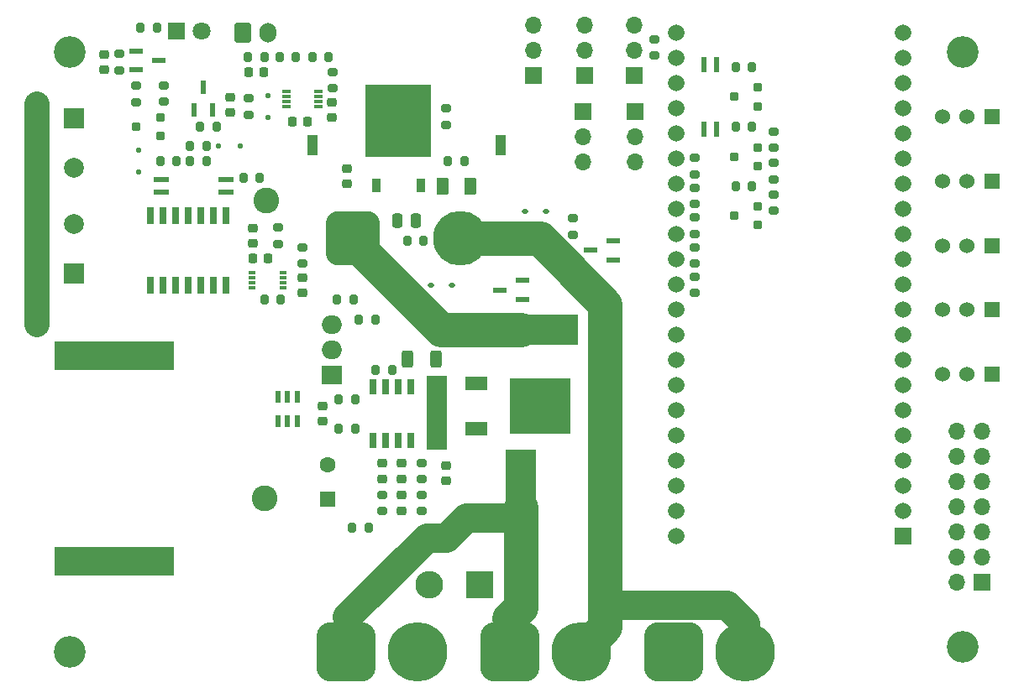
<source format=gbr>
%TF.GenerationSoftware,KiCad,Pcbnew,8.0.4*%
%TF.CreationDate,2024-09-03T11:52:29+09:00*%
%TF.ProjectId,chibarobo_board_2024,63686962-6172-46f6-926f-5f626f617264,rev?*%
%TF.SameCoordinates,Original*%
%TF.FileFunction,Soldermask,Bot*%
%TF.FilePolarity,Negative*%
%FSLAX46Y46*%
G04 Gerber Fmt 4.6, Leading zero omitted, Abs format (unit mm)*
G04 Created by KiCad (PCBNEW 8.0.4) date 2024-09-03 11:52:29*
%MOMM*%
%LPD*%
G01*
G04 APERTURE LIST*
G04 Aperture macros list*
%AMRoundRect*
0 Rectangle with rounded corners*
0 $1 Rounding radius*
0 $2 $3 $4 $5 $6 $7 $8 $9 X,Y pos of 4 corners*
0 Add a 4 corners polygon primitive as box body*
4,1,4,$2,$3,$4,$5,$6,$7,$8,$9,$2,$3,0*
0 Add four circle primitives for the rounded corners*
1,1,$1+$1,$2,$3*
1,1,$1+$1,$4,$5*
1,1,$1+$1,$6,$7*
1,1,$1+$1,$8,$9*
0 Add four rect primitives between the rounded corners*
20,1,$1+$1,$2,$3,$4,$5,0*
20,1,$1+$1,$4,$5,$6,$7,0*
20,1,$1+$1,$6,$7,$8,$9,0*
20,1,$1+$1,$8,$9,$2,$3,0*%
%AMFreePoly0*
4,1,5,1.500000,-5.750000,-1.500000,-5.750000,-1.500000,5.750000,1.500000,5.750000,1.500000,-5.750000,1.500000,-5.750000,$1*%
%AMFreePoly1*
4,1,5,1.000000,-3.750000,-1.000000,-3.750000,-1.000000,3.750000,1.000000,3.750000,1.000000,-3.750000,1.000000,-3.750000,$1*%
G04 Aperture macros list end*
%ADD10C,3.500000*%
%ADD11C,3.000000*%
%ADD12C,2.500000*%
%ADD13R,1.000000X2.000000*%
%ADD14RoundRect,1.375000X-1.375000X-1.375000X1.375000X-1.375000X1.375000X1.375000X-1.375000X1.375000X0*%
%ADD15C,5.500000*%
%ADD16R,1.524000X1.524000*%
%ADD17C,1.524000*%
%ADD18R,2.000000X2.000000*%
%ADD19C,2.000000*%
%ADD20R,1.700000X1.700000*%
%ADD21O,1.700000X1.700000*%
%ADD22FreePoly0,180.000000*%
%ADD23FreePoly1,180.000000*%
%ADD24FreePoly0,270.000000*%
%ADD25RoundRect,0.250000X-0.600000X-0.750000X0.600000X-0.750000X0.600000X0.750000X-0.600000X0.750000X0*%
%ADD26O,1.700000X2.000000*%
%ADD27C,3.200000*%
%ADD28RoundRect,1.500000X-1.500000X-1.500000X1.500000X-1.500000X1.500000X1.500000X-1.500000X1.500000X0*%
%ADD29C,6.000000*%
%ADD30R,2.800000X2.800000*%
%ADD31O,2.800000X2.800000*%
%ADD32C,2.600000*%
%ADD33R,1.665000X1.665000*%
%ADD34C,1.665000*%
%ADD35R,2.000000X1.905000*%
%ADD36O,2.000000X1.905000*%
%ADD37R,1.800000X1.800000*%
%ADD38C,1.800000*%
%ADD39RoundRect,0.200000X-0.275000X0.200000X-0.275000X-0.200000X0.275000X-0.200000X0.275000X0.200000X0*%
%ADD40RoundRect,0.225000X0.250000X-0.225000X0.250000X0.225000X-0.250000X0.225000X-0.250000X-0.225000X0*%
%ADD41RoundRect,0.200000X-0.200000X-0.275000X0.200000X-0.275000X0.200000X0.275000X-0.200000X0.275000X0*%
%ADD42RoundRect,0.200000X0.250000X0.200000X-0.250000X0.200000X-0.250000X-0.200000X0.250000X-0.200000X0*%
%ADD43RoundRect,0.225000X-0.250000X0.225000X-0.250000X-0.225000X0.250000X-0.225000X0.250000X0.225000X0*%
%ADD44R,0.850000X0.300000*%
%ADD45R,1.600000X1.600000*%
%ADD46C,1.600000*%
%ADD47R,2.286000X1.397000*%
%ADD48R,6.180000X5.690000*%
%ADD49RoundRect,0.137500X0.137500X-0.662500X0.137500X0.662500X-0.137500X0.662500X-0.137500X-0.662500X0*%
%ADD50RoundRect,0.200000X0.200000X0.275000X-0.200000X0.275000X-0.200000X-0.275000X0.200000X-0.275000X0*%
%ADD51RoundRect,0.200000X0.275000X-0.200000X0.275000X0.200000X-0.275000X0.200000X-0.275000X-0.200000X0*%
%ADD52R,0.700000X1.775000*%
%ADD53RoundRect,0.225000X-0.225000X-0.250000X0.225000X-0.250000X0.225000X0.250000X-0.225000X0.250000X0*%
%ADD54RoundRect,0.112500X0.187500X0.112500X-0.187500X0.112500X-0.187500X-0.112500X0.187500X-0.112500X0*%
%ADD55RoundRect,0.125000X0.125000X0.125000X-0.125000X0.125000X-0.125000X-0.125000X0.125000X-0.125000X0*%
%ADD56RoundRect,0.125000X0.125000X-0.125000X0.125000X0.125000X-0.125000X0.125000X-0.125000X-0.125000X0*%
%ADD57RoundRect,0.250000X0.250000X0.475000X-0.250000X0.475000X-0.250000X-0.475000X0.250000X-0.475000X0*%
%ADD58R,1.450000X0.600000*%
%ADD59RoundRect,0.225000X0.225000X0.250000X-0.225000X0.250000X-0.225000X-0.250000X0.225000X-0.250000X0*%
%ADD60RoundRect,0.250000X-0.375000X-0.625000X0.375000X-0.625000X0.375000X0.625000X-0.375000X0.625000X0*%
%ADD61RoundRect,0.250000X0.312500X0.625000X-0.312500X0.625000X-0.312500X-0.625000X0.312500X-0.625000X0*%
%ADD62R,0.600000X1.450000*%
%ADD63R,0.700000X1.525000*%
%ADD64R,0.800000X0.300000*%
%ADD65RoundRect,0.137500X-0.662500X-0.137500X0.662500X-0.137500X0.662500X0.137500X-0.662500X0.137500X0*%
%ADD66R,0.600000X1.200000*%
%ADD67R,0.939800X1.320800*%
%ADD68R,6.604000X7.315200*%
%ADD69R,12.000000X3.000000*%
G04 APERTURE END LIST*
D10*
X142500000Y-83000000D02*
X150500000Y-83000000D01*
X159000000Y-113000000D02*
X156500000Y-115500000D01*
X144498641Y-73780750D02*
X152000000Y-73780750D01*
X133500000Y-74000000D02*
X142500000Y-83000000D01*
D11*
X143000000Y-104000000D02*
X141000000Y-104000000D01*
X171267355Y-110740643D02*
X159072386Y-110740643D01*
X173098915Y-112625679D02*
X171267355Y-110740643D01*
X145000000Y-102000000D02*
X143000000Y-104000000D01*
X141000000Y-104000000D02*
X133000000Y-112000000D01*
D10*
X152473262Y-73780750D02*
X159000000Y-80500000D01*
X159000000Y-80500000D02*
X159000000Y-113000000D01*
X150500000Y-110500000D02*
X150500000Y-101000000D01*
X149362265Y-112143333D02*
X150500000Y-111000000D01*
D12*
X101721275Y-60223716D02*
X101758664Y-82500000D01*
D11*
X150500000Y-102000000D02*
X145000000Y-102000000D01*
D13*
%TO.C,J15*%
X129550000Y-64350000D03*
X148450000Y-64350000D03*
D14*
X133550000Y-73750000D03*
D15*
X144450000Y-73750000D03*
%TD*%
D16*
%TO.C,J10*%
X198000000Y-68000000D03*
D17*
X195500000Y-68000000D03*
X193000000Y-68000000D03*
%TD*%
D18*
%TO.C,C5*%
X105500000Y-77367677D03*
D19*
X105500000Y-72367677D03*
%TD*%
D16*
%TO.C,J14*%
X198000000Y-87500000D03*
D17*
X195500000Y-87500000D03*
X193000000Y-87500000D03*
%TD*%
D20*
%TO.C,J1*%
X197000000Y-108483788D03*
D21*
X194460000Y-108483788D03*
X197000000Y-105943788D03*
X194460000Y-105943788D03*
X197000000Y-103403788D03*
X194460000Y-103403788D03*
X197000000Y-100863788D03*
X194460000Y-100863788D03*
X197000000Y-98323788D03*
X194460000Y-98323788D03*
X197000000Y-95783788D03*
X194460000Y-95783788D03*
X197000000Y-93243788D03*
X194460000Y-93243788D03*
%TD*%
D16*
%TO.C,J13*%
X198000000Y-81000000D03*
D17*
X195500000Y-81000000D03*
X193000000Y-81000000D03*
%TD*%
D22*
%TO.C,K1*%
X150500000Y-100900000D03*
D23*
X142050000Y-91400000D03*
X158950000Y-91400000D03*
D24*
X150500000Y-83000000D03*
%TD*%
D25*
%TO.C,J16*%
X122500000Y-53000000D03*
D26*
X125000000Y-53000000D03*
%TD*%
D20*
%TO.C,J2*%
X161948959Y-57363564D03*
D21*
X161948959Y-54823564D03*
X161948959Y-52283564D03*
%TD*%
D27*
%TO.C,H3*%
X105000000Y-115500000D03*
%TD*%
D20*
%TO.C,J4*%
X151768554Y-57385064D03*
D21*
X151768554Y-54845064D03*
X151768554Y-52305064D03*
%TD*%
D27*
%TO.C,H2*%
X195000000Y-55000000D03*
%TD*%
D18*
%TO.C,C4*%
X105500000Y-61632323D03*
D19*
X105500000Y-66632323D03*
%TD*%
D28*
%TO.C,J9*%
X149400000Y-115500000D03*
D29*
X156600000Y-115500000D03*
%TD*%
D16*
%TO.C,J12*%
X198000000Y-74500000D03*
D17*
X195500000Y-74500000D03*
X193000000Y-74500000D03*
%TD*%
D30*
%TO.C,D10*%
X146319950Y-108748157D03*
D31*
X141239950Y-108748157D03*
%TD*%
D28*
%TO.C,J11*%
X132900000Y-115500000D03*
D29*
X140100000Y-115500000D03*
%TD*%
D20*
%TO.C,J6*%
X156776836Y-61000178D03*
D21*
X156776836Y-63540178D03*
X156776836Y-66080178D03*
%TD*%
D32*
%TO.C,HS1*%
X124687500Y-100000000D03*
X124887500Y-70000000D03*
%TD*%
D20*
%TO.C,J5*%
X162000000Y-61000000D03*
D21*
X162000000Y-63540000D03*
X162000000Y-66080000D03*
%TD*%
D33*
%TO.C,IC1*%
X189000000Y-103800000D03*
D34*
X189000000Y-101260000D03*
X189000000Y-98720000D03*
X189000000Y-96180000D03*
X189000000Y-93640000D03*
X189000000Y-91100000D03*
X189000000Y-88560000D03*
X189000000Y-86020000D03*
X189000000Y-83480000D03*
X189000000Y-80940000D03*
X189000000Y-78400000D03*
X189000000Y-75860000D03*
X189000000Y-73320000D03*
X189000000Y-70780000D03*
X189000000Y-68240000D03*
X189000000Y-65700000D03*
X189000000Y-63160000D03*
X189000000Y-60620000D03*
X189000000Y-58080000D03*
X189000000Y-55540000D03*
X189000000Y-53000000D03*
X166140000Y-103800000D03*
X166140000Y-101260000D03*
X166140000Y-98720000D03*
X166140000Y-96180000D03*
X166140000Y-93640000D03*
X166140000Y-91100000D03*
X166140000Y-88560000D03*
X166140000Y-86020000D03*
X166140000Y-83480000D03*
X166140000Y-80940000D03*
X166140000Y-78400000D03*
X166140000Y-75860000D03*
X166140000Y-73320000D03*
X166140000Y-70780000D03*
X166140000Y-68240000D03*
X166140000Y-65700000D03*
X166140000Y-63160000D03*
X166140000Y-60620000D03*
X166140000Y-58080000D03*
X166140000Y-55540000D03*
X166140000Y-53000000D03*
%TD*%
D16*
%TO.C,J8*%
X198000000Y-61500000D03*
D17*
X195500000Y-61500000D03*
X193000000Y-61500000D03*
%TD*%
D27*
%TO.C,H4*%
X195000000Y-115000000D03*
%TD*%
D35*
%TO.C,Q2*%
X131445000Y-87540000D03*
D36*
X131445000Y-85000000D03*
X131445000Y-82460000D03*
%TD*%
D28*
%TO.C,J7*%
X165900000Y-115500000D03*
D29*
X173100000Y-115500000D03*
%TD*%
D27*
%TO.C,H1*%
X105000000Y-55000000D03*
%TD*%
D20*
%TO.C,J3*%
X156911870Y-57369899D03*
D21*
X156911870Y-54829899D03*
X156911870Y-52289899D03*
%TD*%
D37*
%TO.C,D5*%
X115828498Y-52898960D03*
D38*
X118368498Y-52898960D03*
%TD*%
D39*
%TO.C,R7*%
X140500000Y-99681981D03*
X140500000Y-101331981D03*
%TD*%
D40*
%TO.C,C17*%
X121213802Y-61097364D03*
X121213802Y-59547364D03*
%TD*%
D39*
%TO.C,R29*%
X168000000Y-68675000D03*
X168000000Y-70325000D03*
%TD*%
D41*
%TO.C,R20*%
X172175000Y-62500000D03*
X173825000Y-62500000D03*
%TD*%
D42*
%TO.C,Q3*%
X174400000Y-58550000D03*
X174400000Y-60450000D03*
X172000000Y-59500000D03*
%TD*%
D43*
%TO.C,C9*%
X128500000Y-77725000D03*
X128500000Y-79275000D03*
%TD*%
%TO.C,C14*%
X131491802Y-60035542D03*
X131491802Y-61585542D03*
%TD*%
D39*
%TO.C,R31*%
X168000000Y-71675000D03*
X168000000Y-73325000D03*
%TD*%
D41*
%TO.C,R51*%
X114175000Y-66000000D03*
X115825000Y-66000000D03*
%TD*%
D44*
%TO.C,IC5*%
X130075000Y-59000000D03*
X130075000Y-59500000D03*
X130075000Y-60000000D03*
X130075000Y-60500000D03*
X126925000Y-60500000D03*
X126925000Y-60000000D03*
X126925000Y-59500000D03*
X126925000Y-59000000D03*
%TD*%
D45*
%TO.C,C8*%
X131000000Y-100152651D03*
D46*
X131000000Y-96652651D03*
%TD*%
D47*
%TO.C,Q12*%
X146000000Y-93000000D03*
D48*
X152436000Y-90714000D03*
D47*
X146000000Y-88428000D03*
%TD*%
D42*
%TO.C,Q8*%
X114150000Y-61550000D03*
X114150000Y-63450000D03*
X111750000Y-62500000D03*
%TD*%
D39*
%TO.C,R60*%
X155787095Y-71776873D03*
X155787095Y-73426873D03*
%TD*%
D49*
%TO.C,U2*%
X170270000Y-62750000D03*
X169000000Y-62750000D03*
X169000000Y-56250000D03*
X170270000Y-56250000D03*
%TD*%
D43*
%TO.C,C2*%
X138500000Y-96491895D03*
X138500000Y-98041895D03*
%TD*%
D50*
%TO.C,R3*%
X133825000Y-93000000D03*
X132175000Y-93000000D03*
%TD*%
D40*
%TO.C,C1*%
X136500000Y-98050000D03*
X136500000Y-96500000D03*
%TD*%
D50*
%TO.C,R47*%
X113825000Y-52500000D03*
X112175000Y-52500000D03*
%TD*%
D43*
%TO.C,C6*%
X143000000Y-96725000D03*
X143000000Y-98275000D03*
%TD*%
D51*
%TO.C,R13*%
X163980142Y-55355216D03*
X163980142Y-53705216D03*
%TD*%
D39*
%TO.C,R6*%
X140515499Y-96446313D03*
X140515499Y-98096313D03*
%TD*%
D41*
%TO.C,R1*%
X133500000Y-103000000D03*
X135150000Y-103000000D03*
%TD*%
D52*
%TO.C,IC3*%
X120810000Y-78538000D03*
X119540000Y-78538000D03*
X118270000Y-78538000D03*
X117000000Y-78538000D03*
X115730000Y-78538000D03*
X114460000Y-78538000D03*
X113190000Y-78538000D03*
X113190000Y-71462000D03*
X114460000Y-71462000D03*
X115730000Y-71462000D03*
X117000000Y-71462000D03*
X118270000Y-71462000D03*
X119540000Y-71462000D03*
X120810000Y-71462000D03*
%TD*%
D53*
%TO.C,C18*%
X127450000Y-62000000D03*
X129000000Y-62000000D03*
%TD*%
D51*
%TO.C,R41*%
X123075000Y-61325000D03*
X123075000Y-59675000D03*
%TD*%
D39*
%TO.C,R36*%
X128500000Y-74675000D03*
X128500000Y-76325000D03*
%TD*%
%TO.C,R58*%
X143000000Y-60675000D03*
X143000000Y-62325000D03*
%TD*%
D41*
%TO.C,R48*%
X118175000Y-62557176D03*
X119825000Y-62557176D03*
%TD*%
D42*
%TO.C,Q6*%
X174400000Y-64600000D03*
X174400000Y-66500000D03*
X172000000Y-65550000D03*
%TD*%
D40*
%TO.C,C7*%
X130500000Y-92275000D03*
X130500000Y-90725000D03*
%TD*%
D41*
%TO.C,R56*%
X139042214Y-74029487D03*
X140692214Y-74029487D03*
%TD*%
D54*
%TO.C,D9*%
X153054674Y-71055664D03*
X150954674Y-71055664D03*
%TD*%
D40*
%TO.C,C15*%
X108500000Y-56775000D03*
X108500000Y-55225000D03*
%TD*%
D41*
%TO.C,R49*%
X117175000Y-66000000D03*
X118825000Y-66000000D03*
%TD*%
D40*
%TO.C,C10*%
X133000000Y-68275000D03*
X133000000Y-66725000D03*
%TD*%
D55*
%TO.C,D7*%
X122206320Y-64500000D03*
X120006320Y-64500000D03*
%TD*%
D43*
%TO.C,C13*%
X123500000Y-72725000D03*
X123500000Y-74275000D03*
%TD*%
D56*
%TO.C,D4*%
X125047660Y-61607385D03*
X125047660Y-59407385D03*
%TD*%
D51*
%TO.C,R21*%
X176000000Y-67825000D03*
X176000000Y-66175000D03*
%TD*%
%TO.C,R12*%
X176000000Y-64650000D03*
X176000000Y-63000000D03*
%TD*%
D41*
%TO.C,R23*%
X172175000Y-68500000D03*
X173825000Y-68500000D03*
%TD*%
D57*
%TO.C,C12*%
X139950000Y-72000000D03*
X138050000Y-72000000D03*
%TD*%
D51*
%TO.C,R2*%
X136500000Y-101325000D03*
X136500000Y-99675000D03*
%TD*%
D56*
%TO.C,D6*%
X112000000Y-67100000D03*
X112000000Y-64900000D03*
%TD*%
D41*
%TO.C,R39*%
X129500000Y-55500000D03*
X131150000Y-55500000D03*
%TD*%
D58*
%TO.C,Q14*%
X159800000Y-74050000D03*
X159800000Y-75950000D03*
X157500000Y-75000000D03*
%TD*%
D51*
%TO.C,R24*%
X175992653Y-71018825D03*
X175992653Y-69368825D03*
%TD*%
D41*
%TO.C,R59*%
X143175000Y-66000000D03*
X144825000Y-66000000D03*
%TD*%
D51*
%TO.C,R46*%
X114494934Y-60012836D03*
X114494934Y-58362836D03*
%TD*%
D59*
%TO.C,C11*%
X125032379Y-75790854D03*
X123482379Y-75790854D03*
%TD*%
D39*
%TO.C,R35*%
X168000000Y-77675000D03*
X168000000Y-79325000D03*
%TD*%
%TO.C,R43*%
X110000000Y-55175000D03*
X110000000Y-56825000D03*
%TD*%
D53*
%TO.C,C16*%
X123035342Y-57008178D03*
X124585342Y-57008178D03*
%TD*%
D58*
%TO.C,Q11*%
X150650000Y-78050000D03*
X150650000Y-79950000D03*
X148350000Y-79000000D03*
%TD*%
D42*
%TO.C,Q7*%
X174400000Y-70550000D03*
X174400000Y-72450000D03*
X172000000Y-71500000D03*
%TD*%
D60*
%TO.C,F1*%
X142600000Y-68500000D03*
X145400000Y-68500000D03*
%TD*%
D61*
%TO.C,R57*%
X141962500Y-86000000D03*
X139037500Y-86000000D03*
%TD*%
D39*
%TO.C,R40*%
X131500000Y-57000000D03*
X131500000Y-58650000D03*
%TD*%
D41*
%TO.C,R54*%
X134175000Y-82000000D03*
X135825000Y-82000000D03*
%TD*%
D50*
%TO.C,R9*%
X133825000Y-90000000D03*
X132175000Y-90000000D03*
%TD*%
D39*
%TO.C,R53*%
X126000000Y-72686152D03*
X126000000Y-74336152D03*
%TD*%
D62*
%TO.C,Q10*%
X119450000Y-60800000D03*
X117550000Y-60800000D03*
X118500000Y-58500000D03*
%TD*%
D50*
%TO.C,R44*%
X127825000Y-55500000D03*
X126175000Y-55500000D03*
%TD*%
D54*
%TO.C,D8*%
X143550000Y-78500000D03*
X141450000Y-78500000D03*
%TD*%
D63*
%TO.C,IC2*%
X139405000Y-94212000D03*
X138135000Y-94212000D03*
X136865000Y-94212000D03*
X135595000Y-94212000D03*
X135595000Y-88788000D03*
X136865000Y-88788000D03*
X138135000Y-88788000D03*
X139405000Y-88788000D03*
%TD*%
D41*
%TO.C,R38*%
X124675000Y-80000000D03*
X126325000Y-80000000D03*
%TD*%
D64*
%TO.C,U7*%
X126550000Y-77250000D03*
X126550000Y-77750000D03*
X126550000Y-78250000D03*
X126550000Y-78750000D03*
X123450000Y-78750000D03*
X123450000Y-78250000D03*
X123450000Y-77750000D03*
X123450000Y-77250000D03*
%TD*%
D65*
%TO.C,U8*%
X114250000Y-69135000D03*
X114250000Y-67865000D03*
X120750000Y-67865000D03*
X120750000Y-69135000D03*
%TD*%
D39*
%TO.C,R27*%
X168000000Y-65675000D03*
X168000000Y-67325000D03*
%TD*%
D50*
%TO.C,R45*%
X124650000Y-55500000D03*
X123000000Y-55500000D03*
%TD*%
D40*
%TO.C,C3*%
X138508397Y-101270049D03*
X138508397Y-99720049D03*
%TD*%
D39*
%TO.C,R42*%
X111757701Y-58375540D03*
X111757701Y-60025540D03*
%TD*%
D66*
%TO.C,U1*%
X126050000Y-89750000D03*
X127000000Y-89750000D03*
X127950000Y-89750000D03*
X127950000Y-92250000D03*
X127000000Y-92250000D03*
X126050000Y-92250000D03*
%TD*%
D50*
%TO.C,R55*%
X133650000Y-80000000D03*
X132000000Y-80000000D03*
%TD*%
%TO.C,R10*%
X137551657Y-87032933D03*
X135901657Y-87032933D03*
%TD*%
D67*
%TO.C,IC4*%
X140444475Y-68403859D03*
D68*
X138183875Y-61952259D03*
D67*
X135923275Y-68403859D03*
%TD*%
D69*
%TO.C,L1*%
X109500000Y-85600000D03*
X109500000Y-106400000D03*
%TD*%
D41*
%TO.C,R11*%
X172175000Y-56500000D03*
X173825000Y-56500000D03*
%TD*%
D39*
%TO.C,R33*%
X168000000Y-74675000D03*
X168000000Y-76325000D03*
%TD*%
D41*
%TO.C,R52*%
X122538694Y-67672970D03*
X124188694Y-67672970D03*
%TD*%
D58*
%TO.C,Q9*%
X111750000Y-56800000D03*
X111750000Y-54900000D03*
X114050000Y-55850000D03*
%TD*%
D50*
%TO.C,R50*%
X118825904Y-64495647D03*
X117175904Y-64495647D03*
%TD*%
M02*

</source>
